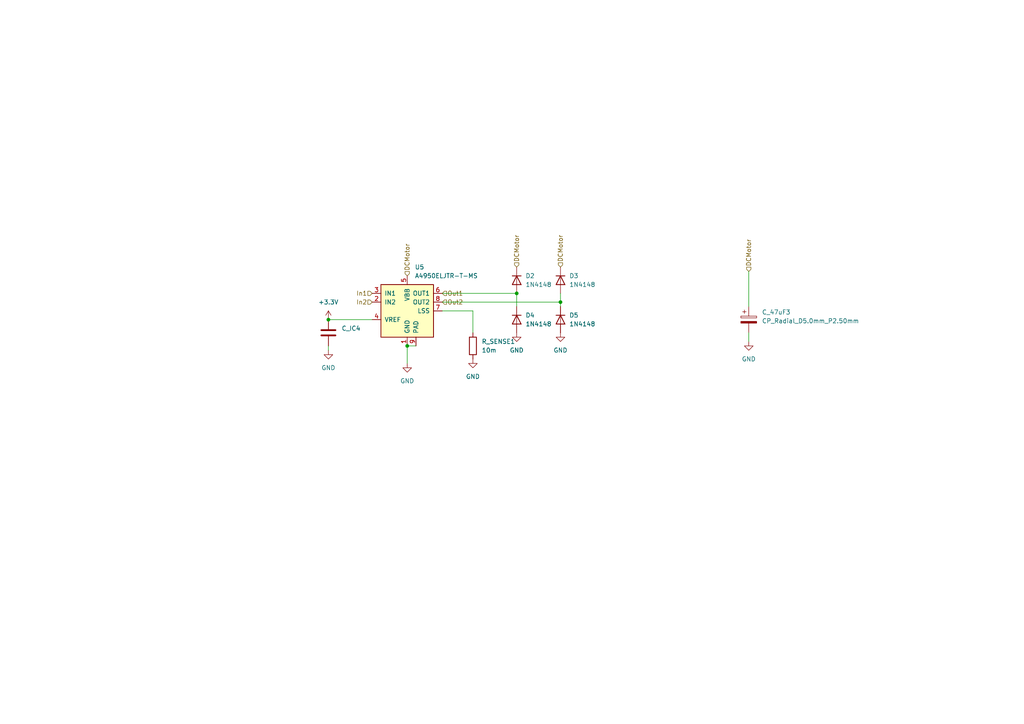
<source format=kicad_sch>
(kicad_sch (version 20230121) (generator eeschema)
  (paper "A4")
  (lib_symbols
    (symbol "Device:R" (pin_numbers hide) (pin_names (offset 0))
      (property "Reference" "R" (at 2.032 0 90))
      (property "Value" "R" (at 0 0 90))
      (symbol "R_0_1"
        (rectangle (start -1.016 -2.54) (end 1.016 2.54) (stroke (width 0.254)))
      )
      (symbol "R_1_1"
        (pin passive line (at 0 3.81 270) (length 1.27) (name "~") (number "1"))
        (pin passive line (at 0 -3.81 90) (length 1.27) (name "~") (number "2"))
      )
    )
    (symbol "Diode:1N4148" (pin_numbers hide) (pin_names hide)
      (property "Reference" "D" (at 0 2.54 0))
      (property "Value" "1N4148" (at 0 -2.54 0))
      (symbol "1N4148_0_1"
        (polyline (pts (xy -1.27 1.27) (xy -1.27 -1.27)) (stroke (width 0.254)))
        (polyline (pts (xy 1.27 0) (xy -1.27 0)))
        (polyline (pts (xy 1.27 1.27) (xy 1.27 -1.27) (xy -1.27 0) (xy 1.27 1.27)) (stroke (width 0.254)))
      )
      (symbol "1N4148_1_1"
        (pin passive line (at -3.81 0 0) (length 2.54) (name "K") (number "1"))
        (pin passive line (at 3.81 0 180) (length 2.54) (name "A") (number "2"))
      )
    )
    (symbol "Driver_Motor:A4950E" (pin_names (offset 1.016))
      (property "Reference" "U" (at -7.62 8.89 0))
      (property "Value" "A4950E" (at 5.08 8.89 0))
      (symbol "A4950E_0_1"
        (rectangle (start -7.62 7.62) (end 7.62 -7.62) (stroke (width 0.254)) (fill (type background)))
      )
      (symbol "A4950E_1_1"
        (pin power_in line (at 0 -10.16 90) (length 2.54) (name "GND") (number "1"))
        (pin input line (at -10.16 2.54 0) (length 2.54) (name "IN2") (number "2"))
        (pin input line (at -10.16 5.08 0) (length 2.54) (name "IN1") (number "3"))
        (pin passive line (at -10.16 -2.54 0) (length 2.54) (name "VREF") (number "4"))
        (pin power_in line (at 0 10.16 270) (length 2.54) (name "VBB") (number "5"))
        (pin power_out line (at 10.16 5.08 180) (length 2.54) (name "OUT1") (number "6"))
        (pin power_in line (at 10.16 0 180) (length 2.54) (name "LSS") (number "7"))
        (pin power_out line (at 10.16 2.54 180) (length 2.54) (name "OUT2") (number "8"))
        (pin power_in line (at 2.54 -10.16 90) (length 2.54) (name "PAD") (number "9"))
      )
    )
    (symbol "PCM_Capacitor_AKL:CP_Radial_D5.0mm_P2.50mm" (pin_numbers hide) (pin_names (offset 0.254))
      (property "Reference" "C" (at 0.635 2.54 0))
      (property "Value" "CP_Radial_D5.0mm_P2.50mm" (at 0.635 -2.54 0))
      (symbol "CP_Radial_D5.0mm_P2.50mm_0_1"
        (rectangle (start -2.286 0.508) (end 2.286 1.016))
        (polyline (pts (xy -1.778 2.286) (xy -0.762 2.286)))
        (polyline (pts (xy -1.27 2.794) (xy -1.27 1.778)))
        (rectangle (start 2.286 -0.508) (end -2.286 -1.016) (fill (type outline)))
      )
      (symbol "CP_Radial_D5.0mm_P2.50mm_1_1"
        (pin passive line (at 0 3.81 270) (length 2.794) (name "~") (number "1"))
        (pin passive line (at 0 -3.81 90) (length 2.794) (name "~") (number "2"))
      )
    )
    (symbol "PCM_Capacitor_AKL:C_Disc_D5.0mm_W2.5mm_P5.00mm" (pin_numbers hide) (pin_names (offset 0.254))
      (property "Reference" "C" (at 0.635 2.54 0))
      (property "Value" "C_Disc_D5.0mm_W2.5mm_P5.00mm" (at 0.635 -2.54 0))
      (symbol "C_Disc_D5.0mm_W2.5mm_P5.00mm_0_1"
        (polyline (pts (xy -2.032 -0.762) (xy 2.032 -0.762)) (stroke (width 0.508)))
        (polyline (pts (xy -2.032 0.762) (xy 2.032 0.762)) (stroke (width 0.508)))
      )
      (symbol "C_Disc_D5.0mm_W2.5mm_P5.00mm_1_1"
        (pin passive line (at 0 3.81 270) (length 2.794) (name "~") (number "1"))
        (pin passive line (at 0 -3.81 90) (length 2.794) (name "~") (number "2"))
      )
    )
    (symbol "power:+3.3V" (power) (pin_names (offset 0))
      (property "Value" "+3.3V" (at 0 3.556 0))
      (symbol "+3.3V_0_1"
        (polyline (pts (xy -0.762 1.27) (xy 0 2.54)))
        (polyline (pts (xy 0 0) (xy 0 2.54)))
        (polyline (pts (xy 0 2.54) (xy 0.762 1.27)))
      )
      (symbol "+3.3V_1_1"
        (pin power_in line (at 0 0 90) (length 0) hide (name "+3.3V") (number "1"))
      )
    )
    (symbol "power:GND" (power) (pin_names (offset 0))
      (property "Value" "GND" (at 0 -3.81 0))
      (symbol "GND_0_1"
        (polyline (pts (xy 0 0) (xy 0 -1.27) (xy 1.27 -1.27) (xy 0 -2.54) (xy -1.27 -1.27) (xy 0 -1.27)))
      )
      (symbol "GND_1_1"
        (pin power_in line (at 0 0 270) (length 0) hide (name "GND") (number "1"))
      )
    )
  )
  (junction (at 118.11 100.33))
  (junction (at 162.56 87.63))
  (junction (at 95.25 92.71))
  (junction (at 149.86 85.09))
  (wire (pts (xy 128.27 87.63) (xy 162.56 87.63)))
  (wire (pts (xy 217.17 78.74) (xy 217.17 88.9)))
  (wire (pts (xy 217.17 96.52) (xy 217.17 99.06)))
  (wire (pts (xy 118.11 105.41) (xy 118.11 100.33)))
  (wire (pts (xy 95.25 100.33) (xy 95.25 101.6)))
  (wire (pts (xy 162.56 85.09) (xy 162.56 87.63)))
  (wire (pts (xy 162.56 87.63) (xy 162.56 88.9)))
  (wire (pts (xy 137.16 90.17) (xy 137.16 96.52)))
  (wire (pts (xy 128.27 85.09) (xy 149.86 85.09)))
  (wire (pts (xy 128.27 90.17) (xy 137.16 90.17)))
  (wire (pts (xy 118.11 100.33) (xy 120.65 100.33)))
  (wire (pts (xy 149.86 85.09) (xy 149.86 88.9)))
  (wire (pts (xy 95.25 92.71) (xy 107.95 92.71)))
  (hierarchical_label "DCMotor" (shape input) (at 118.11 80.01 90))
  (hierarchical_label "DCMotor" (shape input) (at 217.17 78.74 90))
  (hierarchical_label "Out2" (shape input) (at 128.27 87.63 0))
  (hierarchical_label "DCMotor" (shape input) (at 149.86 77.47 90))
  (hierarchical_label "Out1" (shape input) (at 128.27 85.09 0))
  (hierarchical_label "In2" (shape input) (at 107.95 87.63 180))
  (hierarchical_label "DCMotor" (shape input) (at 162.56 77.47 90))
  (hierarchical_label "In1" (shape input) (at 107.95 85.09 180))
  (symbol (lib_id "power:GND") (at 137.16 104.14 0) (unit 1)
    (property "Reference" "#PWR038" (effects hide))
    (property "Value" "GND" (at 137.16 109.22 0))
  )
  (symbol (lib_id "Driver_Motor:A4950E") (at 118.11 90.17 0) (unit 1)
    (property "Reference" "U5" (at 120.3041 77.47 0) (effects (justify left)))
    (property "Value" "A4950ELJTR-T-MS" (at 120.3041 80.01 0) (effects (justify left)))
    (property "Footprint" "Package_SO:SOIC-8-1EP_3.9x4.9mm_P1.27mm_EP2.41x3.3mm" (effects hide))
    (property "Datasheet" "http://www.allegromicro.com/~/media/Files/Datasheets/A4950-Datasheet.ashx" (effects hide))
  )
  (symbol (lib_id "Diode:1N4148") (at 162.56 81.28 270) (unit 1)
    (property "Reference" "D3" (at 165.1 80.01 90) (effects (justify left)))
    (property "Value" "1N4148" (at 165.1 82.55 90) (effects (justify left)))
    (property "Footprint" "Diode_THT:D_DO-35_SOD27_P7.62mm_Horizontal" (effects hide))
    (property "Datasheet" "https://assets.nexperia.com/documents/data-sheet/1N4148_1N4448.pdf" (effects hide))
    (property "Sim.Device" "D" (effects hide))
    (property "Sim.Pins" "1=K 2=A" (effects hide))
  )
  (symbol (lib_id "PCM_Capacitor_AKL:CP_Radial_D5.0mm_P2.50mm") (at 217.17 92.71 0) (unit 1)
    (property "Reference" "C_47uF3" (at 220.98 90.551 0) (effects (justify left)))
    (property "Value" "CP_Radial_D5.0mm_P2.50mm" (at 220.98 93.091 0) (effects (justify left)))
    (property "Footprint" "Capacitor_THT:CP_Radial_D5.0mm_P2.50mm" (effects hide))
    (instances (project "GateControl" (path "" (reference "C_47uF3") (unit 1))) (project "PicoBreakout" (path "" (reference "C1_47uF1") (unit 1))))
  )
  (symbol (lib_id "power:GND") (at 118.11 105.41 0) (unit 1)
    (property "Reference" "#PWR033" (effects hide))
    (property "Value" "GND" (at 118.11 110.49 0))
  )
  (symbol (lib_id "Diode:1N4148") (at 149.86 92.71 270) (unit 1)
    (property "Reference" "D4" (at 152.4 91.44 90) (effects (justify left)))
    (property "Value" "1N4148" (at 152.4 93.98 90) (effects (justify left)))
    (property "Footprint" "Diode_THT:D_DO-35_SOD27_P7.62mm_Horizontal" (effects hide))
    (property "Datasheet" "https://assets.nexperia.com/documents/data-sheet/1N4148_1N4448.pdf" (effects hide))
    (property "Sim.Device" "D" (effects hide))
    (property "Sim.Pins" "1=K 2=A" (effects hide))
  )
  (symbol (lib_id "power:GND") (at 162.56 96.52 0) (unit 1)
    (property "Reference" "#PWR049" (effects hide))
    (property "Value" "GND" (at 162.56 101.6 0))
  )
  (symbol (lib_id "power:GND") (at 95.25 101.6 0) (unit 1)
    (property "Reference" "#PWR039" (effects hide))
    (property "Value" "GND" (at 95.25 106.68 0))
    (instances (project "GateControl" (path "" (reference "#PWR039") (unit 1))) (project "PicoBreakout" (path "" (reference "#PWR017") (unit 1))))
  )
  (symbol (lib_id "Device:R") (at 137.16 100.33 0) (unit 1)
    (property "Reference" "R_SENSE1" (at 139.7 99.06 0) (effects (justify left)))
    (property "Value" "10m" (at 139.7 101.6 0) (effects (justify left)))
    (property "Footprint" "Resistor_SMD:R_1206_3216Metric_Pad1.30x1.75mm_HandSolder" (effects hide))
    (property "Mfr. Part" "RTT06R010FTP" (effects hide))
  )
  (symbol (lib_id "Diode:1N4148") (at 162.56 92.71 270) (unit 1)
    (property "Reference" "D5" (at 165.1 91.44 90) (effects (justify left)))
    (property "Value" "1N4148" (at 165.1 93.98 90) (effects (justify left)))
    (property "Footprint" "Diode_THT:D_DO-35_SOD27_P7.62mm_Horizontal" (effects hide))
    (property "Datasheet" "https://assets.nexperia.com/documents/data-sheet/1N4148_1N4448.pdf" (effects hide))
    (property "Sim.Device" "D" (effects hide))
    (property "Sim.Pins" "1=K 2=A" (effects hide))
  )
  (symbol (lib_id "power:+3.3V") (at 95.25 92.71 0) (unit 1)
    (property "Reference" "#PWR037" (effects hide))
    (property "Value" "+3.3V" (at 95.25 87.63 0))
    (instances (project "GateControl" (path "" (reference "#PWR037") (unit 1))) (project "PicoBreakout" (path "" (reference "#PWR024") (unit 1))))
  )
  (symbol (lib_id "power:GND") (at 149.86 96.52 0) (unit 1)
    (property "Reference" "#PWR040" (effects hide))
    (property "Value" "GND" (at 149.86 101.6 0))
  )
  (symbol (lib_id "Diode:1N4148") (at 149.86 81.28 270) (unit 1)
    (property "Reference" "D2" (at 152.4 80.01 90) (effects (justify left)))
    (property "Value" "1N4148" (at 152.4 82.55 90) (effects (justify left)))
    (property "Footprint" "Diode_THT:D_DO-35_SOD27_P7.62mm_Horizontal" (effects hide))
    (property "Datasheet" "https://assets.nexperia.com/documents/data-sheet/1N4148_1N4448.pdf" (effects hide))
    (property "Sim.Device" "D" (effects hide))
    (property "Sim.Pins" "1=K 2=A" (effects hide))
  )
  (symbol (lib_id "power:GND") (at 217.17 99.06 0) (unit 1)
    (property "Reference" "#PWR041" (effects hide))
    (property "Value" "GND" (at 217.17 104.14 0))
    (instances (project "GateControl" (path "" (reference "#PWR041") (unit 1))) (project "PicoBreakout" (path "" (reference "#PWR012") (unit 1))))
  )
  (symbol (lib_id "PCM_Capacitor_AKL:C_Disc_D5.0mm_W2.5mm_P5.00mm") (at 95.25 96.52 0) (unit 1)
    (property "Reference" "C_IC4" (at 99.06 95.25 0) (effects (justify left)))
    (property "Value" "C_Disc_D5.0mm_W2.5mm_P5.00mm" (effects hide))
    (property "Footprint" "Capacitor_THT:C_Disc_D5.0mm_W2.5mm_P5.00mm" (effects hide))
    (instances (project "GateControl" (path "" (reference "C_IC4") (unit 1))) (project "PicoBreakout" (path "" (reference "C4_01uF1") (unit 1))))
  )
)
</source>
